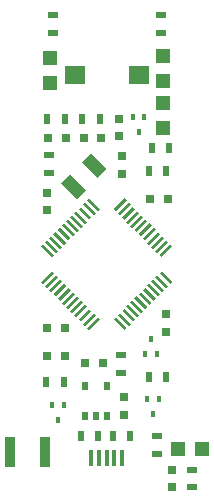
<source format=gtp>
G04 #@! TF.FileFunction,Paste,Top*
%FSLAX46Y46*%
G04 Gerber Fmt 4.6, Leading zero omitted, Abs format (unit mm)*
G04 Created by KiCad (PCBNEW 4.0.6-e0-6349~53~ubuntu16.04.1) date Sat Mar  4 14:09:25 2017*
%MOMM*%
%LPD*%
G01*
G04 APERTURE LIST*
%ADD10C,0.100000*%
%ADD11R,0.750000X0.800000*%
%ADD12R,0.800000X0.750000*%
%ADD13R,1.200000X1.200000*%
%ADD14R,0.900000X2.500000*%
%ADD15R,0.400000X1.350000*%
%ADD16R,0.900000X0.500000*%
%ADD17R,0.500000X0.900000*%
%ADD18R,1.800000X1.600000*%
%ADD19R,0.508000X0.762000*%
%ADD20R,0.400000X0.510000*%
G04 APERTURE END LIST*
D10*
D11*
X139650000Y-142400000D03*
X139650000Y-143900000D03*
X129100000Y-118950000D03*
X129100000Y-120450000D03*
D12*
X129100000Y-132750000D03*
X130600000Y-132750000D03*
X133700000Y-114350000D03*
X132200000Y-114350000D03*
X130700000Y-114350000D03*
X129200000Y-114350000D03*
D11*
X135650000Y-136250000D03*
X135650000Y-137750000D03*
D12*
X132300000Y-133400000D03*
X133800000Y-133400000D03*
D11*
X135450000Y-117350000D03*
X135450000Y-115850000D03*
D12*
X139300000Y-119500000D03*
X137800000Y-119500000D03*
X129100000Y-130450000D03*
X130600000Y-130450000D03*
D11*
X135200000Y-112700000D03*
X135200000Y-114200000D03*
D13*
X129350000Y-107550000D03*
X129350000Y-109650000D03*
X138950000Y-107400000D03*
X138950000Y-109500000D03*
X138950000Y-113500000D03*
X138950000Y-111400000D03*
X140150000Y-140650000D03*
X142250000Y-140650000D03*
D14*
X128900000Y-140900000D03*
X126000000Y-140900000D03*
D15*
X132850000Y-141450000D03*
X133500000Y-141450000D03*
X134150000Y-141450000D03*
X134800000Y-141450000D03*
X135450000Y-141450000D03*
D16*
X129250000Y-115750000D03*
X129250000Y-117250000D03*
X129600000Y-103900000D03*
X129600000Y-105400000D03*
X141350000Y-142400000D03*
X141350000Y-143900000D03*
D17*
X137700000Y-117100000D03*
X139200000Y-117100000D03*
D16*
X138750000Y-103900000D03*
X138750000Y-105400000D03*
X135400000Y-132700000D03*
X135400000Y-134200000D03*
D17*
X137950000Y-115200000D03*
X139450000Y-115200000D03*
X137700000Y-134550000D03*
X139200000Y-134550000D03*
X129050000Y-135000000D03*
X130550000Y-135000000D03*
D16*
X138400000Y-139550000D03*
X138400000Y-141050000D03*
D17*
X133550000Y-112700000D03*
X132050000Y-112700000D03*
X129100000Y-112700000D03*
X130600000Y-112700000D03*
D18*
X131450000Y-109000000D03*
X136850000Y-109000000D03*
D19*
X132297500Y-137870000D03*
X134202500Y-137870000D03*
X132297500Y-135330000D03*
X133250000Y-137870000D03*
X134202500Y-135330000D03*
D17*
X134650000Y-139550000D03*
X136150000Y-139550000D03*
X133450000Y-139550000D03*
X131950000Y-139550000D03*
D10*
G36*
X132801040Y-115605457D02*
X134144543Y-116948960D01*
X133366726Y-117726777D01*
X132023223Y-116383274D01*
X132801040Y-115605457D01*
X132801040Y-115605457D01*
G37*
G36*
X131033274Y-117373223D02*
X132376777Y-118716726D01*
X131598960Y-119494543D01*
X130255457Y-118151040D01*
X131033274Y-117373223D01*
X131033274Y-117373223D01*
G37*
G36*
X132470621Y-119608311D02*
X132647398Y-119431534D01*
X133566637Y-120350773D01*
X133389860Y-120527550D01*
X132470621Y-119608311D01*
X132470621Y-119608311D01*
G37*
G36*
X132117068Y-119961864D02*
X132293845Y-119785087D01*
X133213084Y-120704326D01*
X133036307Y-120881103D01*
X132117068Y-119961864D01*
X132117068Y-119961864D01*
G37*
G36*
X131763514Y-120315418D02*
X131940291Y-120138641D01*
X132859530Y-121057880D01*
X132682753Y-121234657D01*
X131763514Y-120315418D01*
X131763514Y-120315418D01*
G37*
G36*
X131409961Y-120668971D02*
X131586738Y-120492194D01*
X132505977Y-121411433D01*
X132329200Y-121588210D01*
X131409961Y-120668971D01*
X131409961Y-120668971D01*
G37*
G36*
X131056408Y-121022524D02*
X131233185Y-120845747D01*
X132152424Y-121764986D01*
X131975647Y-121941763D01*
X131056408Y-121022524D01*
X131056408Y-121022524D01*
G37*
G36*
X130702854Y-121376078D02*
X130879631Y-121199301D01*
X131798870Y-122118540D01*
X131622093Y-122295317D01*
X130702854Y-121376078D01*
X130702854Y-121376078D01*
G37*
G36*
X130349301Y-121729631D02*
X130526078Y-121552854D01*
X131445317Y-122472093D01*
X131268540Y-122648870D01*
X130349301Y-121729631D01*
X130349301Y-121729631D01*
G37*
G36*
X129995747Y-122083185D02*
X130172524Y-121906408D01*
X131091763Y-122825647D01*
X130914986Y-123002424D01*
X129995747Y-122083185D01*
X129995747Y-122083185D01*
G37*
G36*
X129642194Y-122436738D02*
X129818971Y-122259961D01*
X130738210Y-123179200D01*
X130561433Y-123355977D01*
X129642194Y-122436738D01*
X129642194Y-122436738D01*
G37*
G36*
X129288641Y-122790291D02*
X129465418Y-122613514D01*
X130384657Y-123532753D01*
X130207880Y-123709530D01*
X129288641Y-122790291D01*
X129288641Y-122790291D01*
G37*
G36*
X128935087Y-123143845D02*
X129111864Y-122967068D01*
X130031103Y-123886307D01*
X129854326Y-124063084D01*
X128935087Y-123143845D01*
X128935087Y-123143845D01*
G37*
G36*
X128581534Y-123497398D02*
X128758311Y-123320621D01*
X129677550Y-124239860D01*
X129500773Y-124416637D01*
X128581534Y-123497398D01*
X128581534Y-123497398D01*
G37*
G36*
X128758311Y-126679379D02*
X128581534Y-126502602D01*
X129500773Y-125583363D01*
X129677550Y-125760140D01*
X128758311Y-126679379D01*
X128758311Y-126679379D01*
G37*
G36*
X129111864Y-127032932D02*
X128935087Y-126856155D01*
X129854326Y-125936916D01*
X130031103Y-126113693D01*
X129111864Y-127032932D01*
X129111864Y-127032932D01*
G37*
G36*
X129465418Y-127386486D02*
X129288641Y-127209709D01*
X130207880Y-126290470D01*
X130384657Y-126467247D01*
X129465418Y-127386486D01*
X129465418Y-127386486D01*
G37*
G36*
X129818971Y-127740039D02*
X129642194Y-127563262D01*
X130561433Y-126644023D01*
X130738210Y-126820800D01*
X129818971Y-127740039D01*
X129818971Y-127740039D01*
G37*
G36*
X130172524Y-128093592D02*
X129995747Y-127916815D01*
X130914986Y-126997576D01*
X131091763Y-127174353D01*
X130172524Y-128093592D01*
X130172524Y-128093592D01*
G37*
G36*
X130526078Y-128447146D02*
X130349301Y-128270369D01*
X131268540Y-127351130D01*
X131445317Y-127527907D01*
X130526078Y-128447146D01*
X130526078Y-128447146D01*
G37*
G36*
X130879631Y-128800699D02*
X130702854Y-128623922D01*
X131622093Y-127704683D01*
X131798870Y-127881460D01*
X130879631Y-128800699D01*
X130879631Y-128800699D01*
G37*
G36*
X131233185Y-129154253D02*
X131056408Y-128977476D01*
X131975647Y-128058237D01*
X132152424Y-128235014D01*
X131233185Y-129154253D01*
X131233185Y-129154253D01*
G37*
G36*
X131586738Y-129507806D02*
X131409961Y-129331029D01*
X132329200Y-128411790D01*
X132505977Y-128588567D01*
X131586738Y-129507806D01*
X131586738Y-129507806D01*
G37*
G36*
X131940291Y-129861359D02*
X131763514Y-129684582D01*
X132682753Y-128765343D01*
X132859530Y-128942120D01*
X131940291Y-129861359D01*
X131940291Y-129861359D01*
G37*
G36*
X132293845Y-130214913D02*
X132117068Y-130038136D01*
X133036307Y-129118897D01*
X133213084Y-129295674D01*
X132293845Y-130214913D01*
X132293845Y-130214913D01*
G37*
G36*
X132647398Y-130568466D02*
X132470621Y-130391689D01*
X133389860Y-129472450D01*
X133566637Y-129649227D01*
X132647398Y-130568466D01*
X132647398Y-130568466D01*
G37*
G36*
X134733363Y-129649227D02*
X134910140Y-129472450D01*
X135829379Y-130391689D01*
X135652602Y-130568466D01*
X134733363Y-129649227D01*
X134733363Y-129649227D01*
G37*
G36*
X135086916Y-129295674D02*
X135263693Y-129118897D01*
X136182932Y-130038136D01*
X136006155Y-130214913D01*
X135086916Y-129295674D01*
X135086916Y-129295674D01*
G37*
G36*
X135440470Y-128942120D02*
X135617247Y-128765343D01*
X136536486Y-129684582D01*
X136359709Y-129861359D01*
X135440470Y-128942120D01*
X135440470Y-128942120D01*
G37*
G36*
X135794023Y-128588567D02*
X135970800Y-128411790D01*
X136890039Y-129331029D01*
X136713262Y-129507806D01*
X135794023Y-128588567D01*
X135794023Y-128588567D01*
G37*
G36*
X136147576Y-128235014D02*
X136324353Y-128058237D01*
X137243592Y-128977476D01*
X137066815Y-129154253D01*
X136147576Y-128235014D01*
X136147576Y-128235014D01*
G37*
G36*
X136501130Y-127881460D02*
X136677907Y-127704683D01*
X137597146Y-128623922D01*
X137420369Y-128800699D01*
X136501130Y-127881460D01*
X136501130Y-127881460D01*
G37*
G36*
X136854683Y-127527907D02*
X137031460Y-127351130D01*
X137950699Y-128270369D01*
X137773922Y-128447146D01*
X136854683Y-127527907D01*
X136854683Y-127527907D01*
G37*
G36*
X137208237Y-127174353D02*
X137385014Y-126997576D01*
X138304253Y-127916815D01*
X138127476Y-128093592D01*
X137208237Y-127174353D01*
X137208237Y-127174353D01*
G37*
G36*
X137561790Y-126820800D02*
X137738567Y-126644023D01*
X138657806Y-127563262D01*
X138481029Y-127740039D01*
X137561790Y-126820800D01*
X137561790Y-126820800D01*
G37*
G36*
X137915343Y-126467247D02*
X138092120Y-126290470D01*
X139011359Y-127209709D01*
X138834582Y-127386486D01*
X137915343Y-126467247D01*
X137915343Y-126467247D01*
G37*
G36*
X138268897Y-126113693D02*
X138445674Y-125936916D01*
X139364913Y-126856155D01*
X139188136Y-127032932D01*
X138268897Y-126113693D01*
X138268897Y-126113693D01*
G37*
G36*
X138622450Y-125760140D02*
X138799227Y-125583363D01*
X139718466Y-126502602D01*
X139541689Y-126679379D01*
X138622450Y-125760140D01*
X138622450Y-125760140D01*
G37*
G36*
X138799227Y-124416637D02*
X138622450Y-124239860D01*
X139541689Y-123320621D01*
X139718466Y-123497398D01*
X138799227Y-124416637D01*
X138799227Y-124416637D01*
G37*
G36*
X138445674Y-124063084D02*
X138268897Y-123886307D01*
X139188136Y-122967068D01*
X139364913Y-123143845D01*
X138445674Y-124063084D01*
X138445674Y-124063084D01*
G37*
G36*
X138092120Y-123709530D02*
X137915343Y-123532753D01*
X138834582Y-122613514D01*
X139011359Y-122790291D01*
X138092120Y-123709530D01*
X138092120Y-123709530D01*
G37*
G36*
X137738567Y-123355977D02*
X137561790Y-123179200D01*
X138481029Y-122259961D01*
X138657806Y-122436738D01*
X137738567Y-123355977D01*
X137738567Y-123355977D01*
G37*
G36*
X137385014Y-123002424D02*
X137208237Y-122825647D01*
X138127476Y-121906408D01*
X138304253Y-122083185D01*
X137385014Y-123002424D01*
X137385014Y-123002424D01*
G37*
G36*
X137031460Y-122648870D02*
X136854683Y-122472093D01*
X137773922Y-121552854D01*
X137950699Y-121729631D01*
X137031460Y-122648870D01*
X137031460Y-122648870D01*
G37*
G36*
X136677907Y-122295317D02*
X136501130Y-122118540D01*
X137420369Y-121199301D01*
X137597146Y-121376078D01*
X136677907Y-122295317D01*
X136677907Y-122295317D01*
G37*
G36*
X136324353Y-121941763D02*
X136147576Y-121764986D01*
X137066815Y-120845747D01*
X137243592Y-121022524D01*
X136324353Y-121941763D01*
X136324353Y-121941763D01*
G37*
G36*
X135970800Y-121588210D02*
X135794023Y-121411433D01*
X136713262Y-120492194D01*
X136890039Y-120668971D01*
X135970800Y-121588210D01*
X135970800Y-121588210D01*
G37*
G36*
X135617247Y-121234657D02*
X135440470Y-121057880D01*
X136359709Y-120138641D01*
X136536486Y-120315418D01*
X135617247Y-121234657D01*
X135617247Y-121234657D01*
G37*
G36*
X135263693Y-120881103D02*
X135086916Y-120704326D01*
X136006155Y-119785087D01*
X136182932Y-119961864D01*
X135263693Y-120881103D01*
X135263693Y-120881103D01*
G37*
G36*
X134910140Y-120527550D02*
X134733363Y-120350773D01*
X135652602Y-119431534D01*
X135829379Y-119608311D01*
X134910140Y-120527550D01*
X134910140Y-120527550D01*
G37*
D11*
X139200000Y-129250000D03*
X139200000Y-130750000D03*
D20*
X136350000Y-112550000D03*
X137350000Y-112550000D03*
X136850000Y-113850000D03*
X137561000Y-136400000D03*
X138561000Y-136400000D03*
X138061000Y-137700000D03*
X129550000Y-136900000D03*
X130550000Y-136900000D03*
X130050000Y-138200000D03*
X138400000Y-132650000D03*
X137400000Y-132650000D03*
X137900000Y-131350000D03*
M02*

</source>
